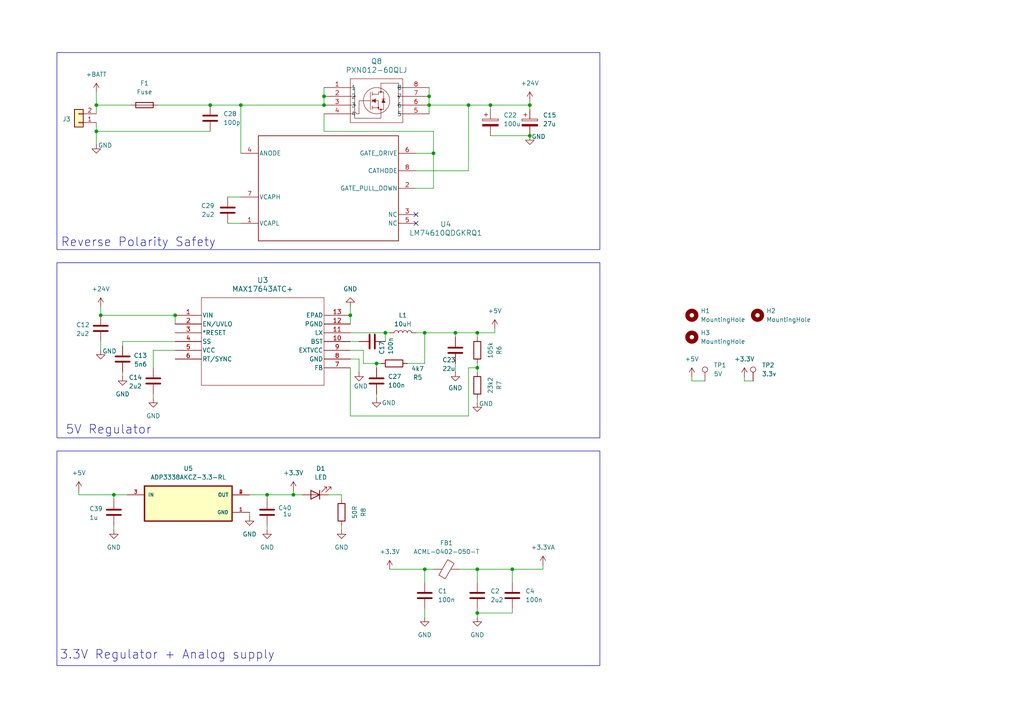
<source format=kicad_sch>
(kicad_sch (version 20231120) (generator "eeschema") (generator_version "8.0")
  (paper "A4")
  (lib_symbols
    (symbol "Circuit Protection:LM74610QDGKRQ1" (pin_names (offset 0.254))
      (property "Reference" "U" (at 0 19.304 0))
      (property "Value" "LM74610QDGKRQ1" (at 0 16.764 0))
      (symbol "LM74610QDGKRQ1_0_1"
        (polyline (pts (xy -20.32 -15.24) (xy 20.32 -15.24)) (stroke (width 0.2032)))
        (polyline (pts (xy -20.32 15.24) (xy -20.32 -15.24)) (stroke (width 0.2032)))
        (polyline (pts (xy 20.32 -15.24) (xy 20.32 15.24)) (stroke (width 0.2032)))
        (polyline (pts (xy 20.32 15.24) (xy -20.32 15.24)) (stroke (width 0.2032)))
        (pin unspecified line (at -25.4 -10.16 0) (length 5.08) (name "VCAPL") (number "1"))
        (pin unspecified line (at 25.4 0 180) (length 5.08) (name "GATE_PULL_DOWN") (number "2"))
        (pin unspecified line (at 25.4 -7.62 180) (length 5.08) (name "NC") (number "3"))
        (pin power_in line (at -25.4 10.16 0) (length 5.08) (name "ANODE") (number "4"))
        (pin unspecified line (at 25.4 -10.16 180) (length 5.08) (name "NC") (number "5"))
        (pin output line (at 25.4 10.16 180) (length 5.08) (name "GATE_DRIVE") (number "6"))
        (pin unspecified line (at -25.4 -2.54 0) (length 5.08) (name "VCAPH") (number "7"))
        (pin output line (at 25.4 5.08 180) (length 5.08) (name "CATHODE") (number "8"))
      )
    )
    (symbol "Circuit Protection:PXN012-60QLJ" (pin_names (offset 0.254))
      (property "Reference" "Q" (at 15.24 7.62 0))
      (property "Value" "PXN012-60QLJ" (at 15.24 5.08 0))
      (symbol "PXN012-60QLJ_0_1"
        (polyline (pts (xy 7.62 -10.16) (xy 22.86 -10.16)) (stroke (width 0.127)))
        (polyline (pts (xy 7.62 -7.62) (xy 8.382 -7.62)) (stroke (width 0.127)))
        (polyline (pts (xy 7.62 -5.08) (xy 8.89 -5.08)) (stroke (width 0.127)))
        (polyline (pts (xy 7.62 -2.54) (xy 8.89 -2.54)) (stroke (width 0.127)))
        (polyline (pts (xy 7.62 0) (xy 8.89 0)) (stroke (width 0.127)))
        (polyline (pts (xy 7.62 2.54) (xy 7.62 -10.16)) (stroke (width 0.127)))
        (polyline (pts (xy 8.89 -8.89) (xy 16.51 -8.89)) (stroke (width 0.127)))
        (polyline (pts (xy 8.89 0) (xy 8.89 -8.89)) (stroke (width 0.127)))
        (polyline (pts (xy 10.16 -7.62) (xy 9.398 -7.62)) (stroke (width 0.127)))
        (polyline (pts (xy 10.16 -3.81) (xy 10.16 -7.62)) (stroke (width 0.127)))
        (polyline (pts (xy 10.16 -3.81) (xy 13.462 -3.81)) (stroke (width 0.127)))
        (polyline (pts (xy 13.462 -6.35) (xy 13.462 -1.27)) (stroke (width 0.127)))
        (polyline (pts (xy 13.97 -6.35) (xy 13.97 -5.334)) (stroke (width 0.127)))
        (polyline (pts (xy 13.97 -5.842) (xy 15.748 -5.842)) (stroke (width 0.127)))
        (polyline (pts (xy 13.97 -4.318) (xy 13.97 -3.302)) (stroke (width 0.127)))
        (polyline (pts (xy 13.97 -2.286) (xy 13.97 -1.27)) (stroke (width 0.127)))
        (polyline (pts (xy 13.97 -1.905) (xy 15.875 -1.905)) (stroke (width 0.127)))
        (polyline (pts (xy 14.986 -3.81) (xy 15.748 -3.81)) (stroke (width 0.127)))
        (polyline (pts (xy 15.748 -6.35) (xy 15.748 -3.81)) (stroke (width 0.127)))
        (polyline (pts (xy 15.748 -6.35) (xy 17.272 -6.35)) (stroke (width 0.127)))
        (polyline (pts (xy 15.875 -1.905) (xy 15.875 -1.27)) (stroke (width 0.127)))
        (polyline (pts (xy 15.875 -1.27) (xy 17.272 -1.27)) (stroke (width 0.127)))
        (polyline (pts (xy 16.51 -8.89) (xy 16.51 -6.35)) (stroke (width 0.127)))
        (polyline (pts (xy 16.51 1.27) (xy 16.51 -1.27)) (stroke (width 0.127)))
        (polyline (pts (xy 17.272 -6.35) (xy 17.272 -4.318)) (stroke (width 0.127)))
        (polyline (pts (xy 17.272 -3.302) (xy 17.272 -1.27)) (stroke (width 0.127)))
        (polyline (pts (xy 17.78 -3.302) (xy 16.764 -3.302)) (stroke (width 0.127)))
        (polyline (pts (xy 21.59 -7.62) (xy 21.59 1.27)) (stroke (width 0.127)))
        (polyline (pts (xy 21.59 1.27) (xy 16.51 1.27)) (stroke (width 0.127)))
        (polyline (pts (xy 22.86 -10.16) (xy 22.86 2.54)) (stroke (width 0.127)))
        (polyline (pts (xy 22.86 -7.62) (xy 21.59 -7.62)) (stroke (width 0.127)))
        (polyline (pts (xy 22.86 -5.08) (xy 21.59 -5.08)) (stroke (width 0.127)))
        (polyline (pts (xy 22.86 -2.54) (xy 21.59 -2.54)) (stroke (width 0.127)))
        (polyline (pts (xy 22.86 0) (xy 21.59 0)) (stroke (width 0.127)))
        (polyline (pts (xy 22.86 2.54) (xy 7.62 2.54)) (stroke (width 0.127)))
        (polyline (pts (xy 14.986 -3.302) (xy 13.97 -3.81) (xy 14.986 -4.318)) (fill (type outline)))
        (polyline (pts (xy 17.78 -4.318) (xy 16.764 -4.318) (xy 17.272 -3.302)) (fill (type outline)))
        (circle (center 8.89 -5.08) (radius 0.127) (stroke (width 0.254)))
        (circle (center 8.89 -2.54) (radius 0.127) (stroke (width 0.254)))
        (arc (start 9.398 -7.62) (mid 8.89 -7.1142) (end 8.382 -7.62) (stroke (width 0.127)))
        (circle (center 15.24 -3.81) (radius 3.81) (stroke (width 0.127)))
        (circle (center 15.748 -5.842) (radius 0.127) (stroke (width 0.254)))
        (circle (center 16.51 -6.35) (radius 0.127) (stroke (width 0.254)))
        (circle (center 16.51 -1.27) (radius 0.127) (stroke (width 0.254)))
        (circle (center 21.59 -5.08) (radius 0.127) (stroke (width 0.254)))
        (circle (center 21.59 -2.54) (radius 0.127) (stroke (width 0.254)))
        (circle (center 21.59 0) (radius 0.127) (stroke (width 0.254)))
        (pin unspecified line (at 0 0 0) (length 7.62) (name "1") (number "1"))
        (pin unspecified line (at 0 -2.54 0) (length 7.62) (name "2") (number "2"))
        (pin unspecified line (at 0 -5.08 0) (length 7.62) (name "3") (number "3"))
        (pin unspecified line (at 0 -7.62 0) (length 7.62) (name "4") (number "4"))
        (pin unspecified line (at 30.48 -7.62 180) (length 7.62) (name "5") (number "5"))
        (pin unspecified line (at 30.48 -5.08 180) (length 7.62) (name "6") (number "6"))
        (pin unspecified line (at 30.48 -2.54 180) (length 7.62) (name "7") (number "7"))
        (pin unspecified line (at 30.48 0 180) (length 7.62) (name "8") (number "8"))
      )
    )
    (symbol "Connector:TestPoint" (pin_numbers hide) (pin_names (offset 0.762) hide)
      (property "Reference" "TP" (at 0 6.858 0))
      (property "Value" "TestPoint" (at 0 5.08 0))
      (symbol "TestPoint_0_1"
        (circle (center 0 3.302) (radius 0.762))
      )
      (symbol "TestPoint_1_1"
        (pin passive line (at 0 0 90) (length 2.54) (name "1") (number "1"))
      )
    )
    (symbol "Connector_Generic:Conn_01x02" (pin_names (offset 1.016) hide)
      (property "Reference" "J" (at 0 2.54 0))
      (property "Value" "Conn_01x02" (at 0 -5.08 0))
      (symbol "Conn_01x02_1_1"
        (rectangle (start -1.27 -2.413) (end 0 -2.667) (stroke (width 0.1524)))
        (rectangle (start -1.27 0.127) (end 0 -0.127) (stroke (width 0.1524)))
        (rectangle (start -1.27 1.27) (end 1.27 -3.81) (stroke (width 0.254)) (fill (type background)))
        (pin passive line (at -5.08 0 0) (length 3.81) (name "Pin_1") (number "1"))
        (pin passive line (at -5.08 -2.54 0) (length 3.81) (name "Pin_2") (number "2"))
      )
    )
    (symbol "Device:C" (pin_numbers hide) (pin_names (offset 0.254))
      (property "Reference" "C" (at 0.635 2.54 0))
      (property "Value" "C" (at 0.635 -2.54 0))
      (symbol "C_0_1"
        (polyline (pts (xy -2.032 -0.762) (xy 2.032 -0.762)) (stroke (width 0.508)))
        (polyline (pts (xy -2.032 0.762) (xy 2.032 0.762)) (stroke (width 0.508)))
      )
      (symbol "C_1_1"
        (pin passive line (at 0 3.81 270) (length 2.794) (name "~") (number "1"))
        (pin passive line (at 0 -3.81 90) (length 2.794) (name "~") (number "2"))
      )
    )
    (symbol "Device:C_Polarized" (pin_numbers hide) (pin_names (offset 0.254))
      (property "Reference" "C" (at 0.635 2.54 0))
      (property "Value" "C_Polarized" (at 0.635 -2.54 0))
      (symbol "C_Polarized_0_1"
        (rectangle (start -2.286 0.508) (end 2.286 1.016))
        (polyline (pts (xy -1.778 2.286) (xy -0.762 2.286)))
        (polyline (pts (xy -1.27 2.794) (xy -1.27 1.778)))
        (rectangle (start 2.286 -0.508) (end -2.286 -1.016) (fill (type outline)))
      )
      (symbol "C_Polarized_1_1"
        (pin passive line (at 0 3.81 270) (length 2.794) (name "~") (number "1"))
        (pin passive line (at 0 -3.81 90) (length 2.794) (name "~") (number "2"))
      )
    )
    (symbol "Device:FerriteBead" (pin_numbers hide) (pin_names (offset 0))
      (property "Reference" "FB" (at -3.81 0.635 90))
      (property "Value" "FerriteBead" (at 3.81 0 90))
      (symbol "FerriteBead_0_1"
        (polyline (pts (xy 0 -1.27) (xy 0 -1.2192)))
        (polyline (pts (xy 0 1.27) (xy 0 1.2954)))
        (polyline (pts (xy -2.7686 0.4064) (xy -1.7018 2.2606) (xy 2.7686 -0.3048) (xy 1.6764 -2.159) (xy -2.7686 0.4064)))
      )
      (symbol "FerriteBead_1_1"
        (pin passive line (at 0 3.81 270) (length 2.54) (name "~") (number "1"))
        (pin passive line (at 0 -3.81 90) (length 2.54) (name "~") (number "2"))
      )
    )
    (symbol "Device:Fuse" (pin_numbers hide) (pin_names (offset 0))
      (property "Reference" "F" (at 2.032 0 90))
      (property "Value" "Fuse" (at -1.905 0 90))
      (symbol "Fuse_0_1"
        (rectangle (start -0.762 -2.54) (end 0.762 2.54) (stroke (width 0.254)))
        (polyline (pts (xy 0 2.54) (xy 0 -2.54)))
      )
      (symbol "Fuse_1_1"
        (pin passive line (at 0 3.81 270) (length 1.27) (name "~") (number "1"))
        (pin passive line (at 0 -3.81 90) (length 1.27) (name "~") (number "2"))
      )
    )
    (symbol "Device:L" (pin_numbers hide) (pin_names (offset 1.016) hide)
      (property "Reference" "L" (at -1.27 0 90))
      (property "Value" "L" (at 1.905 0 90))
      (symbol "L_0_1"
        (arc (start 0 -2.54) (mid 0.6323 -1.905) (end 0 -1.27))
        (arc (start 0 -1.27) (mid 0.6323 -0.635) (end 0 0))
        (arc (start 0 0) (mid 0.6323 0.635) (end 0 1.27))
        (arc (start 0 1.27) (mid 0.6323 1.905) (end 0 2.54))
      )
      (symbol "L_1_1"
        (pin passive line (at 0 3.81 270) (length 1.27) (name "1") (number "1"))
        (pin passive line (at 0 -3.81 90) (length 1.27) (name "2") (number "2"))
      )
    )
    (symbol "Device:LED" (pin_numbers hide) (pin_names (offset 1.016) hide)
      (property "Reference" "D" (at 0 2.54 0))
      (property "Value" "LED" (at 0 -2.54 0))
      (symbol "LED_0_1"
        (polyline (pts (xy -1.27 -1.27) (xy -1.27 1.27)) (stroke (width 0.254)))
        (polyline (pts (xy -1.27 0) (xy 1.27 0)))
        (polyline (pts (xy 1.27 -1.27) (xy 1.27 1.27) (xy -1.27 0) (xy 1.27 -1.27)) (stroke (width 0.254)))
        (polyline (pts (xy -3.048 -0.762) (xy -4.572 -2.286) (xy -3.81 -2.286) (xy -4.572 -2.286) (xy -4.572 -1.524)))
        (polyline (pts (xy -1.778 -0.762) (xy -3.302 -2.286) (xy -2.54 -2.286) (xy -3.302 -2.286) (xy -3.302 -1.524)))
      )
      (symbol "LED_1_1"
        (pin passive line (at -3.81 0 0) (length 2.54) (name "K") (number "1"))
        (pin passive line (at 3.81 0 180) (length 2.54) (name "A") (number "2"))
      )
    )
    (symbol "Device:R" (pin_numbers hide) (pin_names (offset 0))
      (property "Reference" "R" (at 2.032 0 90))
      (property "Value" "R" (at 0 0 90))
      (symbol "R_0_1"
        (rectangle (start -1.016 -2.54) (end 1.016 2.54) (stroke (width 0.254)))
      )
      (symbol "R_1_1"
        (pin passive line (at 0 3.81 270) (length 1.27) (name "~") (number "1"))
        (pin passive line (at 0 -3.81 90) (length 1.27) (name "~") (number "2"))
      )
    )
    (symbol "Mechanical:MountingHole" (pin_names (offset 1.016)) (exclude_from_sim yes) (in_bom no)
      (property "Reference" "H" (at 0 5.08 0))
      (property "Value" "MountingHole" (at 0 3.175 0))
      (symbol "MountingHole_0_1"
        (circle (center 0 0) (radius 1.27) (stroke (width 1.27)))
      )
    )
    (symbol "PowerConversion:ADP3338AKCZ-3.3-RL" (pin_names (offset 1.016))
      (property "Reference" "U" (at -12.7 6.08 0))
      (property "Value" "ADP3338AKCZ-3.3-RL" (at -12.7 -9.08 0))
      (symbol "ADP3338AKCZ-3.3-RL_0_0"
        (rectangle (start -12.7 -5.08) (end 12.7 5.08) (stroke (width 0.41)) (fill (type background)))
        (pin power_in line (at 17.78 -2.54 180) (length 5.08) (name "GND") (number "1"))
        (pin output line (at 17.78 2.54 180) (length 5.08) (name "OUT") (number "2"))
        (pin input line (at -17.78 2.54 0) (length 5.08) (name "IN") (number "3"))
        (pin output line (at 17.78 2.54 180) (length 5.08) (name "OUT") (number "4"))
      )
    )
    (symbol "PowerConversion:MAX17643ATC+" (pin_names (offset 0.254))
      (property "Reference" "U" (at 25.4 10.16 0))
      (property "Value" "MAX17643ATC+" (at 25.4 7.62 0))
      (symbol "MAX17643ATC+_0_1"
        (polyline (pts (xy 7.62 -20.32) (xy 43.18 -20.32)) (stroke (width 0.127)))
        (polyline (pts (xy 7.62 5.08) (xy 7.62 -20.32)) (stroke (width 0.127)))
        (polyline (pts (xy 43.18 -20.32) (xy 43.18 5.08)) (stroke (width 0.127)))
        (polyline (pts (xy 43.18 5.08) (xy 7.62 5.08)) (stroke (width 0.127)))
        (pin input line (at 0 0 0) (length 7.62) (name "VIN") (number "1"))
        (pin unspecified line (at 50.8 -7.62 180) (length 7.62) (name "BST") (number "10"))
        (pin unspecified line (at 50.8 -5.08 180) (length 7.62) (name "LX") (number "11"))
        (pin power_in line (at 50.8 -2.54 180) (length 7.62) (name "PGND") (number "12"))
        (pin power_in line (at 50.8 0 180) (length 7.62) (name "EPAD") (number "13"))
        (pin input line (at 0 -2.54 0) (length 7.62) (name "EN/UVLO") (number "2"))
        (pin output line (at 0 -5.08 0) (length 7.62) (name "*RESET") (number "3"))
        (pin input line (at 0 -7.62 0) (length 7.62) (name "SS") (number "4"))
        (pin output line (at 0 -10.16 0) (length 7.62) (name "VCC") (number "5"))
        (pin input line (at 0 -12.7 0) (length 7.62) (name "RT/SYNC") (number "6"))
        (pin input line (at 50.8 -15.24 180) (length 7.62) (name "FB") (number "7"))
        (pin power_in line (at 50.8 -12.7 180) (length 7.62) (name "GND") (number "8"))
        (pin input line (at 50.8 -10.16 180) (length 7.62) (name "EXTVCC") (number "9"))
      )
    )
    (symbol "power:+24V" (power) (pin_numbers hide) (pin_names (offset 0) hide)
      (property "Value" "+24V" (at 0 3.556 0))
      (symbol "+24V_0_1"
        (polyline (pts (xy -0.762 1.27) (xy 0 2.54)))
        (polyline (pts (xy 0 0) (xy 0 2.54)))
        (polyline (pts (xy 0 2.54) (xy 0.762 1.27)))
      )
      (symbol "+24V_1_1"
        (pin power_in line (at 0 0 90) (length 0) (name "~") (number "1"))
      )
    )
    (symbol "power:+3.3V" (power) (pin_numbers hide) (pin_names (offset 0) hide)
      (property "Value" "+3.3V" (at 0 3.556 0))
      (symbol "+3.3V_0_1"
        (polyline (pts (xy -0.762 1.27) (xy 0 2.54)))
        (polyline (pts (xy 0 0) (xy 0 2.54)))
        (polyline (pts (xy 0 2.54) (xy 0.762 1.27)))
      )
      (symbol "+3.3V_1_1"
        (pin power_in line (at 0 0 90) (length 0) (name "~") (number "1"))
      )
    )
    (symbol "power:+3.3VA" (power) (pin_numbers hide) (pin_names (offset 0) hide)
      (property "Value" "+3.3VA" (at 0 3.556 0))
      (symbol "+3.3VA_0_1"
        (polyline (pts (xy -0.762 1.27) (xy 0 2.54)))
        (polyline (pts (xy 0 0) (xy 0 2.54)))
        (polyline (pts (xy 0 2.54) (xy 0.762 1.27)))
      )
      (symbol "+3.3VA_1_1"
        (pin power_in line (at 0 0 90) (length 0) (name "~") (number "1"))
      )
    )
    (symbol "power:+BATT" (power) (pin_numbers hide) (pin_names (offset 0) hide)
      (property "Value" "+BATT" (at 0 3.556 0))
      (symbol "+BATT_0_1"
        (polyline (pts (xy -0.762 1.27) (xy 0 2.54)))
        (polyline (pts (xy 0 0) (xy 0 2.54)))
        (polyline (pts (xy 0 2.54) (xy 0.762 1.27)))
      )
      (symbol "+BATT_1_1"
        (pin power_in line (at 0 0 90) (length 0) (name "~") (number "1"))
      )
    )
    (symbol "power:GND" (power) (pin_numbers hide) (pin_names (offset 0) hide)
      (property "Value" "GND" (at 0 -3.81 0))
      (symbol "GND_0_1"
        (polyline (pts (xy 0 0) (xy 0 -1.27) (xy 1.27 -1.27) (xy 0 -2.54) (xy -1.27 -1.27) (xy 0 -1.27)))
      )
      (symbol "GND_1_1"
        (pin power_in line (at 0 0 270) (length 0) (name "~") (number "1"))
      )
    )
  )
  (junction (at 138.43 177.8))
  (junction (at 148.59 165.1))
  (junction (at 50.8 91.44))
  (junction (at 27.94 30.48))
  (junction (at 27.94 38.1))
  (junction (at 69.85 30.48))
  (junction (at 135.89 30.48))
  (junction (at 93.98 30.48))
  (junction (at 123.19 96.52))
  (junction (at 123.19 165.1))
  (junction (at 138.43 96.52))
  (junction (at 124.46 27.94))
  (junction (at 111.76 96.52))
  (junction (at 109.22 105.41))
  (junction (at 60.96 30.48))
  (junction (at 142.24 30.48))
  (junction (at 153.67 39.37))
  (junction (at 125.73 44.45))
  (junction (at 138.43 106.68))
  (junction (at 29.21 91.44))
  (junction (at 132.08 96.52))
  (junction (at 85.09 143.51))
  (junction (at 124.46 30.48))
  (junction (at 101.6 91.44))
  (junction (at 138.43 165.1))
  (junction (at 33.02 143.51))
  (junction (at 153.67 30.48))
  (junction (at 93.98 27.94))
  (junction (at 77.47 143.51))
  (no_connect (at 120.65 62.23))
  (no_connect (at 120.65 64.77))
  (wire (pts (xy 69.85 30.48) (xy 69.85 44.45)))
  (wire (pts (xy 33.02 143.51) (xy 36.83 143.51)))
  (wire (pts (xy 153.67 29.21) (xy 153.67 30.48)))
  (wire (pts (xy 72.39 148.59) (xy 72.39 149.86)))
  (wire (pts (xy 60.96 30.48) (xy 69.85 30.48)))
  (wire (pts (xy 27.94 30.48) (xy 27.94 33.02)))
  (wire (pts (xy 101.6 101.6) (xy 105.41 101.6)))
  (wire (pts (xy 77.47 143.51) (xy 72.39 143.51)))
  (wire (pts (xy 35.56 100.33) (xy 35.56 99.06)))
  (wire (pts (xy 66.04 57.15) (xy 69.85 57.15)))
  (wire (pts (xy 69.85 30.48) (xy 93.98 30.48)))
  (wire (pts (xy 200.66 110.49) (xy 204.47 110.49)))
  (wire (pts (xy 143.51 95.25) (xy 143.51 96.52)))
  (wire (pts (xy 125.73 54.61) (xy 125.73 44.45)))
  (wire (pts (xy 138.43 96.52) (xy 132.08 96.52)))
  (wire (pts (xy 101.6 106.68) (xy 101.6 120.65)))
  (wire (pts (xy 44.45 101.6) (xy 44.45 106.68)))
  (wire (pts (xy 29.21 88.9) (xy 29.21 91.44)))
  (wire (pts (xy 118.11 105.41) (xy 123.19 105.41)))
  (wire (pts (xy 133.35 165.1) (xy 138.43 165.1)))
  (wire (pts (xy 77.47 152.4) (xy 77.47 153.67)))
  (wire (pts (xy 148.59 165.1) (xy 148.59 168.91)))
  (wire (pts (xy 123.19 165.1) (xy 123.19 168.91)))
  (wire (pts (xy 120.65 54.61) (xy 125.73 54.61)))
  (wire (pts (xy 111.76 96.52) (xy 111.76 99.06)))
  (wire (pts (xy 124.46 30.48) (xy 124.46 33.02)))
  (wire (pts (xy 27.94 30.48) (xy 38.1 30.48)))
  (wire (pts (xy 138.43 115.57) (xy 138.43 116.84)))
  (wire (pts (xy 132.08 96.52) (xy 123.19 96.52)))
  (wire (pts (xy 138.43 97.79) (xy 138.43 96.52)))
  (wire (pts (xy 35.56 99.06) (xy 50.8 99.06)))
  (wire (pts (xy 135.89 106.68) (xy 138.43 106.68)))
  (wire (pts (xy 124.46 25.4) (xy 124.46 27.94)))
  (wire (pts (xy 123.19 165.1) (xy 125.73 165.1)))
  (wire (pts (xy 99.06 143.51) (xy 99.06 144.78)))
  (wire (pts (xy 93.98 38.1) (xy 125.73 38.1)))
  (wire (pts (xy 132.08 105.41) (xy 132.08 107.95)))
  (wire (pts (xy 85.09 142.24) (xy 85.09 143.51)))
  (wire (pts (xy 123.19 96.52) (xy 120.65 96.52)))
  (wire (pts (xy 93.98 27.94) (xy 93.98 30.48)))
  (wire (pts (xy 132.08 97.79) (xy 132.08 96.52)))
  (wire (pts (xy 111.76 96.52) (xy 113.03 96.52)))
  (wire (pts (xy 45.72 30.48) (xy 60.96 30.48)))
  (wire (pts (xy 101.6 120.65) (xy 135.89 120.65)))
  (wire (pts (xy 105.41 105.41) (xy 109.22 105.41)))
  (wire (pts (xy 77.47 143.51) (xy 77.47 144.78)))
  (wire (pts (xy 85.09 143.51) (xy 87.63 143.51)))
  (wire (pts (xy 124.46 27.94) (xy 124.46 30.48)))
  (wire (pts (xy 200.66 109.22) (xy 200.66 110.49)))
  (wire (pts (xy 101.6 96.52) (xy 111.76 96.52)))
  (wire (pts (xy 85.09 143.51) (xy 77.47 143.51)))
  (wire (pts (xy 138.43 177.8) (xy 148.59 177.8)))
  (wire (pts (xy 104.14 104.14) (xy 101.6 104.14)))
  (wire (pts (xy 138.43 165.1) (xy 138.43 168.91)))
  (wire (pts (xy 120.65 49.53) (xy 135.89 49.53)))
  (wire (pts (xy 27.94 35.56) (xy 27.94 38.1)))
  (wire (pts (xy 215.9 109.22) (xy 215.9 110.49)))
  (wire (pts (xy 22.86 143.51) (xy 33.02 143.51)))
  (wire (pts (xy 29.21 91.44) (xy 50.8 91.44)))
  (wire (pts (xy 101.6 91.44) (xy 101.6 93.98)))
  (wire (pts (xy 29.21 99.06) (xy 29.21 101.6)))
  (wire (pts (xy 22.86 142.24) (xy 22.86 143.51)))
  (wire (pts (xy 142.24 30.48) (xy 153.67 30.48)))
  (wire (pts (xy 153.67 31.75) (xy 153.67 30.48)))
  (wire (pts (xy 110.49 105.41) (xy 109.22 105.41)))
  (wire (pts (xy 33.02 152.4) (xy 33.02 153.67)))
  (wire (pts (xy 44.45 114.3) (xy 44.45 115.57)))
  (wire (pts (xy 148.59 177.8) (xy 148.59 176.53)))
  (wire (pts (xy 27.94 38.1) (xy 60.96 38.1)))
  (wire (pts (xy 109.22 106.68) (xy 109.22 105.41)))
  (wire (pts (xy 27.94 38.1) (xy 27.94 41.91)))
  (wire (pts (xy 124.46 30.48) (xy 135.89 30.48)))
  (wire (pts (xy 138.43 177.8) (xy 138.43 176.53)))
  (wire (pts (xy 148.59 165.1) (xy 138.43 165.1)))
  (wire (pts (xy 125.73 38.1) (xy 125.73 44.45)))
  (wire (pts (xy 123.19 176.53) (xy 123.19 179.07)))
  (wire (pts (xy 123.19 105.41) (xy 123.19 96.52)))
  (wire (pts (xy 99.06 152.4) (xy 99.06 153.67)))
  (wire (pts (xy 135.89 30.48) (xy 142.24 30.48)))
  (wire (pts (xy 33.02 143.51) (xy 33.02 144.78)))
  (wire (pts (xy 101.6 88.9) (xy 101.6 91.44)))
  (wire (pts (xy 95.25 143.51) (xy 99.06 143.51)))
  (wire (pts (xy 138.43 177.8) (xy 138.43 179.07)))
  (wire (pts (xy 104.14 107.95) (xy 104.14 104.14)))
  (wire (pts (xy 93.98 25.4) (xy 93.98 27.94)))
  (wire (pts (xy 27.94 26.67) (xy 27.94 30.48)))
  (wire (pts (xy 50.8 101.6) (xy 44.45 101.6)))
  (wire (pts (xy 143.51 96.52) (xy 138.43 96.52)))
  (wire (pts (xy 142.24 39.37) (xy 153.67 39.37)))
  (wire (pts (xy 142.24 30.48) (xy 142.24 31.75)))
  (wire (pts (xy 157.48 163.83) (xy 157.48 165.1)))
  (wire (pts (xy 148.59 165.1) (xy 157.48 165.1)))
  (wire (pts (xy 101.6 99.06) (xy 104.14 99.06)))
  (wire (pts (xy 138.43 105.41) (xy 138.43 106.68)))
  (wire (pts (xy 50.8 91.44) (xy 50.8 93.98)))
  (wire (pts (xy 105.41 105.41) (xy 105.41 101.6)))
  (wire (pts (xy 135.89 120.65) (xy 135.89 106.68)))
  (wire (pts (xy 35.56 107.95) (xy 35.56 109.22)))
  (wire (pts (xy 215.9 110.49) (xy 218.44 110.49)))
  (wire (pts (xy 93.98 33.02) (xy 93.98 38.1)))
  (wire (pts (xy 125.73 44.45) (xy 120.65 44.45)))
  (wire (pts (xy 113.03 165.1) (xy 123.19 165.1)))
  (wire (pts (xy 135.89 30.48) (xy 135.89 49.53)))
  (wire (pts (xy 138.43 106.68) (xy 138.43 107.95)))
  (wire (pts (xy 109.22 114.3) (xy 109.22 115.57)))
  (wire (pts (xy 66.04 64.77) (xy 69.85 64.77)))
  (rectangle (start 16.51 15.24) (end 173.99 72.39))
  (rectangle (start 16.51 76.2) (end 173.99 127))
  (rectangle (start 16.51 130.81) (end 173.99 193.04))
  (text "Reverse Polarity Safety" (at 40.132 70.358 0) (effects (font (size 2.54 2.54))))
  (text "3.3V Regulator + Analog supply\n" (at 48.514 189.992 0) (effects (font (size 2.54 2.54))))
  (text "5V Regulator" (at 31.496 124.714 0) (effects (font (size 2.54 2.54))))
  (symbol (lib_id "Device:C") (at 109.22 110.49 0) (mirror y) (unit 1)
    (property "Reference" "C27" (at 112.522 109.22 0) (effects (justify right)))
    (property "Value" "100n" (at 112.522 111.76 0) (effects (justify right)))
    (property "Footprint" "Capacitor_SMD:C_0402_1005Metric" (effects (hide yes)))
    (property "Description" "Unpolarized capacitor" (effects (hide yes)))
    (property "PartNum" "GMD155R60J105KE11D" (effects (hide yes)))
  )
  (symbol (lib_id "Connector_Generic:Conn_01x02") (at 22.86 35.56 180) (unit 1)
    (property "Reference" "J3" (at 19.304 34.544 0))
    (property "Value" "Conn_01x02" (effects (hide yes)))
    (property "Footprint" "Connectors:AMASS_XT60-M" (effects (hide yes)))
    (property "Description" "Generic connector, single row, 01x02, script generated (kicad-library-utils/schlib/autogen/connector/)" (effects (hide yes)))
  )
  (symbol (lib_id "Mechanical:MountingHole") (at 200.66 97.79 0) (unit 1) (exclude_from_sim yes) (in_bom no)
    (property "Reference" "H3" (at 203.2 96.5199 0) (effects (justify left)))
    (property "Value" "MountingHole" (at 203.2 99.0599 0) (effects (justify left)))
    (property "Footprint" "MountingHole:MountingHole_3.2mm_M3_DIN965" (effects (hide yes)))
    (property "Description" "Mounting Hole without connection" (effects (hide yes)))
  )
  (symbol (lib_id "power:+24V") (at 153.67 29.21 0) (unit 1)
    (property "Reference" "#PWR034" (effects (hide yes)))
    (property "Value" "+24V" (at 153.67 24.13 0))
    (property "Description" "Power symbol creates a global label with name \"+24V\"" (effects (hide yes)))
  )
  (symbol (lib_id "Circuit Protection:LM74610QDGKRQ1") (at 95.25 54.61 0) (unit 1)
    (property "Reference" "U4" (at 129.286 65.024 0) (effects (font (size 1.524 1.524))))
    (property "Value" "LM74610QDGKRQ1" (at 129.286 67.564 0) (effects (font (size 1.524 1.524))))
    (property "Footprint" "Circuit Protection:LM74610QDGKRQ1" (effects (hide yes)))
  )
  (symbol (lib_id "Device:C") (at 44.45 110.49 0) (mirror y) (unit 1)
    (property "Reference" "C14" (at 37.338 109.474 0) (effects (justify right)))
    (property "Value" "2u2" (at 37.338 112.014 0) (effects (justify right)))
    (property "Footprint" "Capacitor_SMD:C_0603_1608Metric" (effects (hide yes)))
    (property "Description" "Unpolarized capacitor" (effects (hide yes)))
    (property "PartNum" "GRM188R71A225KE15" (effects (hide yes)))
  )
  (symbol (lib_id "Device:C") (at 29.21 95.25 0) (mirror y) (unit 1)
    (property "Reference" "C12" (at 22.098 94.234 0) (effects (justify right)))
    (property "Value" "2u2" (at 22.098 96.774 0) (effects (justify right)))
    (property "Footprint" "Capacitor_SMD:C_1210_3225Metric" (effects (hide yes)))
    (property "Description" "Unpolarized capacitor" (effects (hide yes)))
    (property "PartNum" "GRM32ER72A225KA35L" (effects (hide yes)))
  )
  (symbol (lib_id "Device:Fuse") (at 41.91 30.48 90) (unit 1)
    (property "Reference" "F1" (at 41.91 24.13 90))
    (property "Value" "Fuse" (at 41.91 26.67 90))
    (property "Footprint" "Fuse:Fuse_1206_3216Metric" (effects (hide yes)))
    (property "Description" "Fuse" (effects (hide yes)))
    (property "PartNum" " SF-1206HH3000R-2 " (effects (hide yes)))
  )
  (symbol (lib_id "Device:FerriteBead") (at 129.54 165.1 90) (unit 1)
    (property "Reference" "FB1" (at 129.4892 157.48 90))
    (property "Value" "ACML-0402-050-T" (at 129.4892 160.02 90))
    (property "Footprint" "Inductor_SMD:L_0402_1005Metric" (effects (hide yes)))
    (property "Description" "Ferrite bead" (effects (hide yes)))
  )
  (symbol (lib_id "Connector:TestPoint") (at 204.47 110.49 0) (unit 1)
    (property "Reference" "TP1" (at 207.01 105.9179 0) (effects (justify left)))
    (property "Value" "5V" (at 207.01 108.4579 0) (effects (justify left)))
    (property "Footprint" "TestPoint:TestPoint_Pad_1.5x1.5mm" (effects (hide yes)))
    (property "Description" "test point" (effects (hide yes)))
  )
  (symbol (lib_id "power:GND") (at 99.06 153.67 0) (unit 1)
    (property "Reference" "#PWR046" (effects (hide yes)))
    (property "Value" "GND" (at 99.06 158.75 0))
    (property "Description" "Power symbol creates a global label with name \"GND\" , ground" (effects (hide yes)))
  )
  (symbol (lib_id "power:GND") (at 138.43 116.84 0) (unit 1)
    (property "Reference" "#PWR039" (effects (hide yes)))
    (property "Value" "GND" (at 140.97 117.094 0))
    (property "Description" "Power symbol creates a global label with name \"GND\" , ground" (effects (hide yes)))
  )
  (symbol (lib_id "power:GND") (at 132.08 107.95 0) (unit 1)
    (property "Reference" "#PWR041" (effects (hide yes)))
    (property "Value" "GND" (at 132.08 112.522 0))
    (property "Description" "Power symbol creates a global label with name \"GND\" , ground" (effects (hide yes)))
  )
  (symbol (lib_id "power:GND") (at 109.22 115.57 0) (unit 1)
    (property "Reference" "#PWR043" (effects (hide yes)))
    (property "Value" "GND" (at 112.776 116.84 0))
    (property "Description" "Power symbol creates a global label with name \"GND\" , ground" (effects (hide yes)))
  )
  (symbol (lib_id "Device:L") (at 116.84 96.52 90) (unit 1)
    (property "Reference" "L1" (at 116.84 91.44 90))
    (property "Value" "10uH" (at 116.84 93.98 90))
    (property "Footprint" "Inductor_SMD:L_Coilcraft_XAL5050-XXX" (effects (hide yes)))
    (property "Description" "Inductor" (effects (hide yes)))
  )
  (symbol (lib_id "PowerConversion:ADP3338AKCZ-3.3-RL") (at 54.61 146.05 0) (unit 1)
    (property "Reference" "U5" (at 54.61 135.89 0))
    (property "Value" "ADP3338AKCZ-3.3-RL" (at 54.61 138.43 0))
    (property "Footprint" "PowerConversion:ADP3338AKCz-3.3" (effects (hide yes)))
  )
  (symbol (lib_id "Device:R") (at 138.43 101.6 0) (mirror y) (unit 1)
    (property "Reference" "R6" (at 144.78 101.6 90))
    (property "Value" "105k" (at 142.24 101.6 90))
    (property "Footprint" "Resistor_SMD:R_0402_1005Metric" (effects (hide yes)))
    (property "Description" "Resistor" (effects (hide yes)))
    (property "PartNum" "RC0402FR-07105KL" (effects (hide yes)))
  )
  (symbol (lib_id "power:+3.3V") (at 113.03 165.1 0) (unit 1)
    (property "Reference" "#PWR02" (effects (hide yes)))
    (property "Value" "+3.3V" (at 113.03 160.02 0))
    (property "Description" "Power symbol creates a global label with name \"+3.3V\"" (effects (hide yes)))
  )
  (symbol (lib_id "Device:R") (at 99.06 148.59 0) (mirror y) (unit 1)
    (property "Reference" "R8" (at 105.41 148.59 90))
    (property "Value" "50R" (at 102.87 148.59 90))
    (property "Footprint" "Resistor_SMD:R_0402_1005Metric" (effects (hide yes)))
    (property "Description" "Resistor" (effects (hide yes)))
    (property "PartNum" "RC0402JR-0750RL" (effects (hide yes)))
  )
  (symbol (lib_id "power:GND") (at 72.39 149.86 0) (unit 1)
    (property "Reference" "#PWR051" (effects (hide yes)))
    (property "Value" "GND" (at 72.39 154.94 0))
    (property "Description" "Power symbol creates a global label with name \"GND\" , ground" (effects (hide yes)))
  )
  (symbol (lib_id "Device:C") (at 132.08 101.6 0) (mirror y) (unit 1)
    (property "Reference" "C23" (at 128.27 104.394 0) (effects (justify right)))
    (property "Value" "22u" (at 128.27 106.934 0) (effects (justify right)))
    (property "Footprint" "Capacitor_SMD:C_1210_3225Metric" (effects (hide yes)))
    (property "Description" "Unpolarized capacitor" (effects (hide yes)))
    (property "PartNum" "GRM32ER71C226KEA8" (effects (hide yes)))
  )
  (symbol (lib_id "power:GND") (at 29.21 101.6 0) (unit 1)
    (property "Reference" "#PWR037" (effects (hide yes)))
    (property "Value" "GND" (at 31.75 101.854 0))
    (property "Description" "Power symbol creates a global label with name \"GND\" , ground" (effects (hide yes)))
  )
  (symbol (lib_id "Device:C") (at 77.47 148.59 0) (mirror x) (unit 1)
    (property "Reference" "C40" (at 84.582 147.32 0) (effects (justify right)))
    (property "Value" "1u" (at 84.582 149.098 0) (effects (justify right)))
    (property "Footprint" "Capacitor_SMD:C_0402_1005Metric" (effects (hide yes)))
    (property "Description" "Unpolarized capacitor" (effects (hide yes)))
    (property "PartNum" "GMD155R60J105KE11D" (effects (hide yes)))
  )
  (symbol (lib_id "power:+24V") (at 143.51 95.25 0) (unit 1)
    (property "Reference" "#PWR042" (effects (hide yes)))
    (property "Value" "+5V" (at 143.51 90.17 0))
    (property "Description" "Power symbol creates a global label with name \"+24V\"" (effects (hide yes)))
  )
  (symbol (lib_id "Device:C") (at 60.96 34.29 0) (unit 1)
    (property "Reference" "C28" (at 64.77 33.0199 0) (effects (justify left)))
    (property "Value" "100p" (at 64.77 35.5599 0) (effects (justify left)))
    (property "Footprint" "Capacitor_SMD:C_0402_1005Metric" (effects (hide yes)))
    (property "Description" "Unpolarized capacitor" (effects (hide yes)))
    (property "PartNum" "GRM0225C1H101JA02L" (effects (hide yes)))
  )
  (symbol (lib_id "Mechanical:MountingHole") (at 200.66 91.44 0) (unit 1) (exclude_from_sim yes) (in_bom no)
    (property "Reference" "H1" (at 203.2 90.1699 0) (effects (justify left)))
    (property "Value" "MountingHole" (at 203.2 92.7099 0) (effects (justify left)))
    (property "Footprint" "MountingHole:MountingHole_3.2mm_M3_DIN965" (effects (hide yes)))
    (property "Description" "Mounting Hole without connection" (effects (hide yes)))
  )
  (symbol (lib_id "power:+24V") (at 200.66 109.22 0) (unit 1)
    (property "Reference" "#PWR047" (effects (hide yes)))
    (property "Value" "+5V" (at 200.66 104.14 0))
    (property "Description" "Power symbol creates a global label with name \"+24V\"" (effects (hide yes)))
  )
  (symbol (lib_id "Device:C_Polarized") (at 153.67 35.56 0) (unit 1)
    (property "Reference" "C15" (at 157.48 33.4009 0) (effects (justify left)))
    (property "Value" "27u" (at 157.48 35.9409 0) (effects (justify left)))
    (property "Footprint" "Capacitor_SMD:CP_Elec_6.3x7.7" (effects (hide yes)))
    (property "Description" "Polarized capacitor" (effects (hide yes)))
    (property "PartNum" "UUD1H270MCL1GS " (effects (hide yes)))
  )
  (symbol (lib_id "Device:LED") (at 91.44 143.51 180) (unit 1)
    (property "Reference" "D1" (at 93.0275 135.89 0))
    (property "Value" "LED" (at 93.0275 138.43 0))
    (property "Footprint" "LED_SMD:LED_0402_1005Metric" (effects (hide yes)))
    (property "Description" "Light emitting diode" (effects (hide yes)))
    (property "PartNum" "LTST-C281KGKT" (effects (hide yes)))
  )
  (symbol (lib_id "power:+24V") (at 22.86 142.24 0) (unit 1)
    (property "Reference" "#PWR048" (effects (hide yes)))
    (property "Value" "+5V" (at 22.86 137.16 0))
    (property "Description" "Power symbol creates a global label with name \"+24V\"" (effects (hide yes)))
  )
  (symbol (lib_id "Device:C") (at 107.95 99.06 90) (mirror x) (unit 1)
    (property "Reference" "C17" (at 110.744 102.87 0) (effects (justify right)))
    (property "Value" "100n" (at 113.284 102.87 0) (effects (justify right)))
    (property "Footprint" "Capacitor_SMD:C_0402_1005Metric" (effects (hide yes)))
    (property "Description" "Unpolarized capacitor" (effects (hide yes)))
    (property "PartNum" "GMD155R60J105KE11D" (effects (hide yes)))
  )
  (symbol (lib_id "power:GND") (at 27.94 41.91 0) (unit 1)
    (property "Reference" "#PWR035" (effects (hide yes)))
    (property "Value" "GND" (at 30.48 42.164 0))
    (property "Description" "Power symbol creates a global label with name \"GND\" , ground" (effects (hide yes)))
  )
  (symbol (lib_id "power:+24V") (at 29.21 88.9 0) (unit 1)
    (property "Reference" "#PWR010" (effects (hide yes)))
    (property "Value" "+24V" (at 29.21 83.82 0))
    (property "Description" "Power symbol creates a global label with name \"+24V\"" (effects (hide yes)))
  )
  (symbol (lib_id "power:+BATT") (at 27.94 26.67 0) (unit 1)
    (property "Reference" "#PWR044" (effects (hide yes)))
    (property "Value" "+BATT" (at 27.94 21.59 0))
    (property "Description" "Power symbol creates a global label with name \"+BATT\"" (effects (hide yes)))
  )
  (symbol (lib_id "power:+3.3V") (at 215.9 109.22 0) (unit 1)
    (property "Reference" "#PWR055" (effects (hide yes)))
    (property "Value" "+3.3V" (at 215.9 104.14 0))
    (property "Description" "Power symbol creates a global label with name \"+3.3V\"" (effects (hide yes)))
  )
  (symbol (lib_id "power:GND") (at 35.56 109.22 0) (unit 1)
    (property "Reference" "#PWR021" (effects (hide yes)))
    (property "Value" "GND" (at 35.56 114.3 0))
    (property "Description" "Power symbol creates a global label with name \"GND\" , ground" (effects (hide yes)))
  )
  (symbol (lib_id "power:GND") (at 153.67 39.37 0) (unit 1)
    (property "Reference" "#PWR045" (effects (hide yes)))
    (property "Value" "GND" (at 156.21 39.624 0))
    (property "Description" "Power symbol creates a global label with name \"GND\" , ground" (effects (hide yes)))
  )
  (symbol (lib_id "power:+3.3VA") (at 157.48 163.83 0) (unit 1)
    (property "Reference" "#PWR08" (effects (hide yes)))
    (property "Value" "+3.3VA" (at 157.48 158.75 0))
    (property "Description" "Power symbol creates a global label with name \"+3.3VA\"" (effects (hide yes)))
  )
  (symbol (lib_id "power:GND") (at 138.43 179.07 0) (unit 1)
    (property "Reference" "#PWR036" (effects (hide yes)))
    (property "Value" "GND" (at 138.43 184.15 0))
    (property "Description" "Power symbol creates a global label with name \"GND\" , ground" (effects (hide yes)))
  )
  (symbol (lib_id "PowerConversion:MAX17643ATC+") (at 50.8 91.44 0) (unit 1)
    (property "Reference" "U3" (at 76.2 81.28 0) (effects (font (size 1.524 1.524))))
    (property "Value" "MAX17643ATC+" (at 76.2 83.82 0) (effects (font (size 1.524 1.524))))
    (property "Footprint" "PowerConversion:MAX17643" (effects (hide yes)))
    (property "Datasheet" "MAX17643ATC+" (effects (hide yes)))
  )
  (symbol (lib_id "power:+3.3V") (at 85.09 142.24 0) (unit 1)
    (property "Reference" "#PWR049" (effects (hide yes)))
    (property "Value" "+3.3V" (at 85.09 137.16 0))
    (property "Description" "Power symbol creates a global label with name \"+3.3V\"" (effects (hide yes)))
  )
  (symbol (lib_id "power:GND") (at 104.14 107.95 0) (unit 1)
    (property "Reference" "#PWR040" (effects (hide yes)))
    (property "Value" "GND" (at 104.648 112.014 0))
    (property "Description" "Power symbol creates a global label with name \"GND\" , ground" (effects (hide yes)))
  )
  (symbol (lib_id "power:GND") (at 44.45 115.57 0) (unit 1)
    (property "Reference" "#PWR015" (effects (hide yes)))
    (property "Value" "GND" (at 44.45 120.65 0))
    (property "Description" "Power symbol creates a global label with name \"GND\" , ground" (effects (hide yes)))
  )
  (symbol (lib_id "Device:R") (at 138.43 111.76 0) (mirror y) (unit 1)
    (property "Reference" "R7" (at 144.78 111.76 90))
    (property "Value" "23k2" (at 142.24 111.76 90))
    (property "Footprint" "Resistor_SMD:R_0402_1005Metric" (effects (hide yes)))
    (property "Description" "Resistor" (effects (hide yes)))
    (property "PartNum" "CRCW040223K2FKED" (effects (hide yes)))
  )
  (symbol (lib_id "Device:R") (at 114.3 105.41 270) (mirror x) (unit 1)
    (property "Reference" "R5" (at 121.158 109.474 90))
    (property "Value" "4k7" (at 121.158 106.934 90))
    (property "Footprint" "Resistor_SMD:R_0402_1005Metric" (effects (hide yes)))
    (property "Description" "Resistor" (effects (hide yes)))
    (property "PartNum" "HP02WAJ0472TCE" (effects (hide yes)))
  )
  (symbol (lib_id "Circuit Protection:PXN012-60QLJ") (at 93.98 25.4 0) (unit 1)
    (property "Reference" "Q8" (at 109.22 17.78 0) (effects (font (size 1.524 1.524))))
    (property "Value" "PXN012-60QLJ" (at 109.22 20.32 0) (effects (font (size 1.524 1.524))))
    (property "Footprint" "Circuit Protection:PXN012-60QLJ" (effects (hide yes)))
    (property "Datasheet" "PXN012-60QLJ" (effects (hide yes)))
  )
  (symbol (lib_id "Device:C") (at 66.04 60.96 0) (mirror y) (unit 1)
    (property "Reference" "C29" (at 62.23 59.6899 0) (effects (justify left)))
    (property "Value" "2u2" (at 62.23 62.2299 0) (effects (justify left)))
    (property "Footprint" "Capacitor_SMD:C_0603_1608Metric" (effects (hide yes)))
    (property "Description" "Unpolarized capacitor" (effects (hide yes)))
    (property "PartNum" "GRM188R71A225KE15" (effects (hide yes)))
  )
  (symbol (lib_id "Device:C") (at 33.02 148.59 0) (mirror y) (unit 1)
    (property "Reference" "C39" (at 25.908 147.574 0) (effects (justify right)))
    (property "Value" "1u" (at 25.908 150.114 0) (effects (justify right)))
    (property "Footprint" "Capacitor_SMD:C_0402_1005Metric" (effects (hide yes)))
    (property "Description" "Unpolarized capacitor" (effects (hide yes)))
    (property "PartNum" "GMD155R60J105KE11D" (effects (hide yes)))
  )
  (symbol (lib_id "Device:C_Polarized") (at 142.24 35.56 0) (unit 1)
    (property "Reference" "C22" (at 146.05 33.4009 0) (effects (justify left)))
    (property "Value" "100u" (at 146.05 35.9409 0) (effects (justify left)))
    (property "Footprint" "Capacitor_SMD:CP_Elec_8x10" (effects (hide yes)))
    (property "Description" "Polarized capacitor" (effects (hide yes)))
    (property "PartNum" "UWT1H101MNL1GS" (effects (hide yes)))
  )
  (symbol (lib_id "Device:C") (at 35.56 104.14 0) (unit 1)
    (property "Reference" "C13" (at 42.672 103.124 0) (effects (justify right)))
    (property "Value" "5n6" (at 42.672 105.664 0) (effects (justify right)))
    (property "Footprint" "Capacitor_SMD:C_0402_1005Metric" (effects (hide yes)))
    (property "Description" "Unpolarized capacitor" (effects (hide yes)))
    (property "PartNum" "GMD155R60J105KE11D" (effects (hide yes)))
  )
  (symbol (lib_id "Mechanical:MountingHole") (at 219.71 91.44 0) (unit 1) (exclude_from_sim yes) (in_bom no)
    (property "Reference" "H2" (at 222.25 90.1699 0) (effects (justify left)))
    (property "Value" "MountingHole" (at 222.25 92.7099 0) (effects (justify left)))
    (property "Footprint" "MountingHole:MountingHole_3.2mm_M3_DIN965" (effects (hide yes)))
    (property "Description" "Mounting Hole without connection" (effects (hide yes)))
  )
  (symbol (lib_id "power:GND") (at 123.19 179.07 0) (unit 1)
    (property "Reference" "#PWR03" (effects (hide yes)))
    (property "Value" "GND" (at 123.19 184.15 0))
    (property "Description" "Power symbol creates a global label with name \"GND\" , ground" (effects (hide yes)))
  )
  (symbol (lib_id "power:GND") (at 101.6 88.9 180) (unit 1)
    (property "Reference" "#PWR038" (effects (hide yes)))
    (property "Value" "GND" (at 101.6 83.82 0))
    (property "Description" "Power symbol creates a global label with name \"GND\" , ground" (effects (hide yes)))
  )
  (symbol (lib_id "Device:C") (at 123.19 172.72 0) (mirror y) (unit 1)
    (property "Reference" "C1" (at 127 171.4499 0) (effects (justify right)))
    (property "Value" "100n" (at 127 173.9899 0) (effects (justify right)))
    (property "Footprint" "Capacitor_SMD:C_0402_1005Metric" (effects (hide yes)))
    (property "Description" "Unpolarized capacitor" (effects (hide yes)))
    (property "PartNum" "GCM1555C1H240FA16J" (effects (hide yes)))
  )
  (symbol (lib_id "power:GND") (at 77.47 153.67 0) (unit 1)
    (property "Reference" "#PWR050" (effects (hide yes)))
    (property "Value" "GND" (at 77.47 158.75 0))
    (property "Description" "Power symbol creates a global label with name \"GND\" , ground" (effects (hide yes)))
  )
  (symbol (lib_id "power:GND") (at 33.02 153.67 0) (unit 1)
    (property "Reference" "#PWR052" (effects (hide yes)))
    (property "Value" "GND" (at 33.02 158.75 0))
    (property "Description" "Power symbol creates a global label with name \"GND\" , ground" (effects (hide yes)))
  )
  (symbol (lib_id "Connector:TestPoint") (at 218.44 110.49 0) (unit 1)
    (property "Reference" "TP2" (at 220.98 105.9179 0) (effects (justify left)))
    (property "Value" "3.3v" (at 220.98 108.4579 0) (effects (justify left)))
    (property "Footprint" "TestPoint:TestPoint_Pad_1.5x1.5mm" (effects (hide yes)))
    (property "Description" "test point" (effects (hide yes)))
  )
  (symbol (lib_id "Device:C") (at 138.43 172.72 0) (mirror y) (unit 1)
    (property "Reference" "C2" (at 142.24 171.4499 0) (effects (justify right)))
    (property "Value" "2u2" (at 142.24 173.9899 0) (effects (justify right)))
    (property "Footprint" "Capacitor_SMD:C_1206_3216Metric" (effects (hide yes)))
    (property "Description" "Unpolarized capacitor" (effects (hide yes)))
    (property "PartNum" "C1206C225M5REC7210" (effects (hide yes)))
  )
  (symbol (lib_id "Device:C") (at 148.59 172.72 0) (mirror y) (unit 1)
    (property "Reference" "C4" (at 152.4 171.4499 0) (effects (justify right)))
    (property "Value" "100n" (at 152.4 173.9899 0) (effects (justify right)))
    (property "Footprint" "Capacitor_SMD:C_0402_1005Metric" (effects (hide yes)))
    (property "Description" "Unpolarized capacitor" (effects (hide yes)))
    (property "PartNum" "GCM1555C1H240FA16J" (effects (hide yes)))
  )
)
</source>
